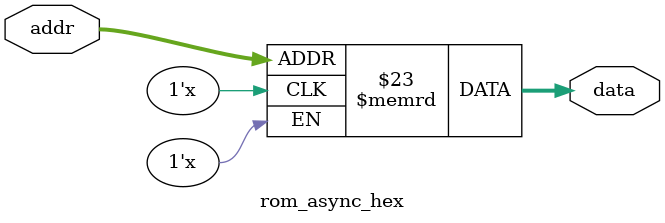
<source format=sv>
/*
 * Avalon memory-mapped peripheral that generates VGA
 * Columbia University
 */

module vga_tetris(
    input logic clk,
    input logic reset,
    input logic [15:0] writedata,
    input logic write,
    input chipselect,
    input logic [2:0] address,

    output logic [7:0] VGA_R, VGA_G, VGA_B,
    output logic VGA_CLK, VGA_HS, VGA_VS, VGA_BLANK_n,
    output logic VGA_SYNC_n,

    // The music related IO.
    input avalon_streaming_source_l_ready, avalon_streaming_source_r_ready,
    output logic[15:0] avalon_left, avalon_right,
    output logic avalon_streaming_source_l_valid, avalon_streaming_source_r_valid
    );

    logic [10:0] hcount;
    logic [9:0] vcount;

    vga_counters counters(.clk50(clk), .*);

    // The pixels equal to 16 * 16 here.
    localparam SPR_PIXELS = 256;
    localparam COLR_BITS = 1;
    localparam SPR_ADDRW  = $clog2(SPR_PIXELS);
    logic [SPR_ADDRW - 1:0] rom_addr;
    logic [1:0] block_rom_data;
    logic [2:0] digit_rom_data[0:9];

    // The pixels equal to 128 * 512 here.
    localparam BG_PIXELS = 65536;
    localparam BG_ADDRW  = $clog2(BG_PIXELS);
    localparam BG_IDX_BITS = 8;
    logic [BG_ADDRW - 1:0] bg_addr;
    logic [BG_IDX_BITS - 1:0] bg_idx_rom_data[0:4];
    localparam BG_COLOR_BITS = 24;
    logic [6 - 1:0] bg_idx;
    logic [BG_COLOR_BITS - 1:0] bg_rom_data;

    // bgm
    logic [15:0] bgm_rom_data;
    logic [16:0] bgm_rom_addr;

    genvar i;
    generate
        // Background segements.
        for (i = 0; i < 5; i++) begin: generate_bg
            rom_async #(
                .WIDTH(BG_IDX_BITS),
                .DEPTH(BG_PIXELS),
                .INIT_F({"./image/bg_", "0" + i, ".mem"})
            ) bg0_rom (
                .addr(bg_addr),
                .data(bg_idx_rom_data[i]));
        end

        // The digits for scores
        for (i = 0; i < 10; i++) begin: generate_digits
            rom_async #(
                .WIDTH(3),
                .DEPTH(SPR_PIXELS),
                .INIT_F({"./image/", "0" + i, ".mem"})
            ) zero_rom (
                .addr(rom_addr),
                .data(digit_rom_data[i]));
        end
    endgenerate
  
    // Background plaette 
    rom_async #(
        .WIDTH(BG_COLOR_BITS),
        .DEPTH(64),
        .INIT_F("./image/palette.mem")
    ) bg_palette_rom (
        .addr(bg_idx),
        .data(bg_rom_data));

    // Block mask
    rom_async #(
        .WIDTH(2),
        .DEPTH(SPR_PIXELS),
        .INIT_F("./image/block.mem")
    ) block_rom (
        .addr(rom_addr),
        .data(block_rom_data));

    // BGM
    rom_async_hex #(
        .WIDTH(16),
        .DEPTH(47000),
        .INIT_F("./image/bgm_mem.hex")
    ) bgm_rom (
        .addr(bgm_rom_addr),
        .data(bgm_rom_data));

    logic [3:0] score[0:3];
    logic [1:0] speed;
    logic [2:0] block_state[0:21][0:9];
    logic [2:0] value, value_next;
    logic [15:0] offset, offset_next;
    logic [4:0] row;
    logic [3:0] col;
    logic [4:0] row_to_del;
    logic del_row, write_block, reset_sw, paused, over;
    logic [12:0] divider = 0;
    logic [12:0] interval[0:2];
    logic[23:0] block_color[0:7];
    
    /*logic[23:0] rand_block_color[0:7];
    int rand_val;*/

    initial begin
	int rand_val = 1;
        // Initialize block colors.
        block_color[0] = {8'h00, 8'h00, 8'h00};
        block_color[1] = {8'hd5, 8'h00, 8'h00};
        block_color[2] = {8'h4c, 8'haf, 8'h50};
        block_color[3] = {8'h9e, 8'h9e, 8'h9e};
        block_color[4] = {8'hff, 8'heb, 8'h3b};
        block_color[5] = {8'h03, 8'ha8, 8'hf4};
        block_color[6] = {8'hd5, 8'h00, 8'hf9};
        block_color[7] = {8'hff, 8'h98, 8'h00};
	
	// rand_block_color = block_color;
        // Initialize music intervals.

        interval[0] = 6250;
        interval[1] = 5000;
        interval[2] = 4000;

        // Initialize parameters
        speed = 1;
        for (int i = 0; i < 4; i++) score[i] = 4'd0;
        del_row = 0;
        write_block = 0;
        reset_sw = 0;
        paused = 0;
        
        for (int i = 0; i < 22; i++)
                for (int j = 0; j < 10; j++)
                    block_state[i][j] = 3'd0;
        // write a smile face
	block_state[7][3] = 4;
	block_state[7][4] = 4;
	block_state[7][5] = 4;
	block_state[7][6] = 4;
	block_state[8][2] = 4;
	block_state[8][7] = 4;
	block_state[9][1] = 4;
	block_state[9][8] = 4;
	block_state[10][1] = 4;
	block_state[10][8] = 4;
	block_state[11][1] = 4;
	block_state[11][8] = 4;
	block_state[12][1] = 4;
	block_state[12][8] = 4;
	block_state[13][1] = 4;
	block_state[13][8] = 4;
	block_state[14][2] = 4;
	block_state[14][7] = 4;
	block_state[15][3] = 4;
	block_state[15][4] = 4;
	block_state[15][5] = 4;
	block_state[15][6] = 4;

	// eyes
	block_state[9][3] = 3;
	block_state[9][6] = 3;
	
	// mouth
	block_state[12][3] = 1;
	block_state[12][6] = 1;
	block_state[13][5] = 1;
	block_state[13][4] = 1;


    end

    always_ff @(posedge clk) begin

        if (reset_sw) begin
            speed <= 1;
            for (int i = 0; i < 4; i++) score[i] <= 4'd0;
            for (int i = 0; i < 22; i++)
                for (int j = 0; j < 10; j++)
                    block_state[i][j] <= 3'd0;
            reset_sw <= 0;
        end
        else if (chipselect && write) begin
            case (address)
            3'h0: begin
                row <= writedata[15:11];
                col <= writedata[10:7]; 

                case (writedata[6:2])
                // I
                5'b00100, 5'b00110: offset <= 16'b0000000100100011;
                5'b00101, 5'b00111: offset <= 16'b0000010010001100;
                // O
                5'b01000, 5'b01001, 5'b01010, 5'b01011: offset <= 16'b0000010000010101;
                // T
                5'b01100: offset <= 16'b0000000100100101;
                5'b01101: offset <= 16'b0100000101011001;
                5'b01110: offset <= 16'b0001010001010110;
                5'b01111: offset <= 16'b0000010010000101;
                // L
                5'b10000: offset <= 16'b0000000100100100;
                5'b10001: offset <= 16'b0000000101011001;
                5'b10010: offset <= 16'b0010010001010110;
                5'b10011: offset <= 16'b0000010010001001;
                // J
                5'b10100: offset <= 16'b0000000100100110;
                5'b10101: offset <= 16'b1000000101011001;
                5'b10110: offset <= 16'b0000010001010110;
                5'b10111: offset <= 16'b0000010010000001;
                // Z
                5'b11000, 5'b11010: offset <= 16'b0000000101010110;
                5'b11001, 5'b11011: offset <= 16'b0001010001011000;
                //S
                5'b11100, 5'b11110: offset <= 16'b0001001001000101;
                5'b11101, 5'b11111: offset <= 16'b0000010001011001;
                endcase

                value <= {3{writedata[1]}} & writedata[6:4];
                write_block <= 1;
            end
            3'h1: begin
                row_to_del <= writedata[4:0];
                del_row <= 1;
            end
            3'h2: begin
                score[0] <= writedata[3:0];
                score[1] <= writedata[7:4];
                score[2] <= writedata[11:8];
                score[3] <= writedata[15:12];
            end
            3'h3: begin
                value_next <= writedata[2:0];

		/*for(int ii = 1; ii < 8; ii ++)
			rand_block_color[ii] = block_color[(ii + rand_val)%7 +1];
		rand_val ++;*/

                case (writedata[2:0])
                3'd1: offset_next <= 16'b0000000100100011;
                3'd2: offset_next <= 16'b0000010000010101;
                3'd3: offset_next <= 16'b0000000100100101;
                3'd4: offset_next <= 16'b0000000100100100;
                3'd5: offset_next <= 16'b0000000100100110;
                3'd6: offset_next <= 16'b0000000101010110;
                3'd7: offset_next <= 16'b0001001001000101;
                endcase
		
            end
            3'h4:
                speed <= writedata[1:0];
            3'h5:
                reset_sw <= 1;
            3'h6: begin
                paused <= writedata[0] + 1;
                over <= writedata[1];
            end
            endcase
        end

        if (write_block) begin
            // Update block state
            block_state[row + offset[15:14]][col + offset[13:12]] <= value;
            block_state[row + offset[11:10]][col + offset[9:8]] <= value;
            block_state[row + offset[7:6]][col + offset[5:4]] <= value;
            block_state[row + offset[3:2]][col + offset[1:0]] <= value;
            write_block <= 0;
        end
        if (del_row) begin
            // Delete row
            for (int i = 21; i >= 1; i--)
                if (i <= row_to_del) block_state[i] <= block_state[i - 1];
            for (int j = 0; j < 10; j++) block_state[0][j] <= 3'd0;
            del_row <= 0;
        end
        
        if (over) begin
            for (int i = 0; i < 22; i++)
                    for (int j = 0; j < 10; j++)
                        block_state[i][j] = 3'd0;
            // show over
	    // o
	    block_state[2][5] = 4;
	    block_state[3][4] = 4;
	    block_state[3][6] = 4;
	    block_state[4][6] = 4;
	    block_state[4][4] = 4;
	    block_state[5][5] = 4;

	    // v
	    block_state[7][4] = 4;
	    block_state[7][6] = 4;
	    block_state[8][4] = 4;     
	    block_state[8][6] = 4;
	    block_state[9][5] = 4;

	    // e
	    block_state[11][5] = 4;
	    block_state[12][4] = 4;
	    block_state[12][6] = 4;
	    block_state[13][4] = 4;
	    block_state[13][5] = 4;
	    block_state[14][4] = 4;
	    block_state[15][5] = 4;

	    // r
	    block_state[17][5] = 4;
	    block_state[17][6] = 4;
	    block_state[18][4] = 4;            
	    block_state[19][4] = 4;
	    block_state[20][4] = 4;

            divider <= 0;
            bgm_rom_addr <= 0;
            over <= 0;

        end

        // music
        if (divider < interval[speed - 1]) begin
            divider <= divider + paused;
            avalon_streaming_source_l_valid <= 0;
            avalon_streaming_source_r_valid <= 0;
        end
        else begin
            divider <= 0;
	    bgm_rom_addr <= bgm_rom_addr + paused;
	    if (bgm_rom_addr >= 47000)
		bgm_rom_addr <= 0;
		avalon_streaming_source_l_valid <= paused;
		avalon_streaming_source_r_valid <= paused;
		avalon_left <= bgm_rom_data;
		avalon_right <= bgm_rom_data;
	    end
        end

    always_comb begin
        rom_addr = {vcount[3:0], hcount[4:1]};
        bg_addr = {vcount[8:0], hcount[7:1]};
        bg_idx = bg_idx_rom_data[hcount[10:8]][5:0];
        {VGA_R, VGA_G, VGA_B} = {8'hff, 8'hff, 8'hff};
        if (VGA_BLANK_n) begin
            // bg
            {VGA_R, VGA_G, VGA_B} = bg_rom_data;
            // draw sprites
            //blocks
            if (hcount[10:5] >= 24 && hcount[10:5] <=33 && vcount[9:4] >= 4 && vcount[9:4] <= 25)
                {VGA_R, VGA_G, VGA_B} = { 3{block_rom_data[1], {7{block_rom_data[0]}}} } & block_color[block_state[vcount[9:4] - 4][hcount[8:5] - 24]];
            else if (hcount[10:5] >= 11 && hcount[10:5] <= 14)
                // score number
                if (vcount[9:4] == 14)
                    {VGA_R, VGA_G, VGA_B} = {3{digit_rom_data[score[33 - hcount[10:5]]], 5'd0}};
                // speed number
                else if(hcount[10:5] == 14 && vcount[9:4] == 10)
                    {VGA_R, VGA_G, VGA_B} = {3{digit_rom_data[speed], 5'd0}};
                // next blocks
                else if ((hcount[10:5] == 11 + offset_next[13:12] && vcount[9:4] == 19 + offset_next[15:14])
                    || (hcount[10:5] == 11 + offset_next[9:8] && vcount[9:4] == 19 + offset_next[11:10])
                    || (hcount[10:5] == 11 + offset_next[5:4] && vcount[9:4] == 19 + offset_next[7:6])
                    || (hcount[10:5] == 11 + offset_next[1:0] && vcount[9:4] == 19 + offset_next[3:2]))
                     // Set the next value block's color
                     {VGA_R, VGA_G, VGA_B} = {3{block_rom_data[1], {7{block_rom_data[0]}}}} & block_color[value_next];
        end
    end
endmodule

module vga_counters(
 input logic 	     clk50, reset,
 output logic [10:0] hcount,  // hcount[10:1] is pixel column
 output logic [9:0]  vcount,  // vcount[9:0] is pixel row
 output logic 	     VGA_CLK, VGA_HS, VGA_VS, VGA_BLANK_n, VGA_SYNC_n);

/*
 * 640 X 480 VGA timing for a 50 MHz clock: one pixel every other cycle
 *
 * HCOUNT 1599 0             1279       1599 0
 *             _______________              ________
 * ___________|    Video      |____________|  Video
 *
 *
 * |SYNC| BP |<-- HACTIVE -->|FP|SYNC| BP |<-- HACTIVE
 *       _______________________      _____________
 * |____|       VGA_HS          |____|
 */
   // Parameters for hcount
   parameter HACTIVE      = 11'd 1280,
             HFRONT_PORCH = 11'd 32,
             HSYNC        = 11'd 192,
             HBACK_PORCH  = 11'd 96,
             HTOTAL       = HACTIVE + HFRONT_PORCH + HSYNC +
                            HBACK_PORCH; // 1600

   // Parameters for vcount
   parameter VACTIVE      = 10'd 480,
             VFRONT_PORCH = 10'd 10,
             VSYNC        = 10'd 2,
             VBACK_PORCH  = 10'd 33,
             VTOTAL       = VACTIVE + VFRONT_PORCH + VSYNC +
                            VBACK_PORCH; // 525

   logic endOfLine;

   always_ff @(posedge clk50 or posedge reset)
     if (reset)          hcount <= 0;
     else if (endOfLine) hcount <= 0;
     else  	         hcount <= hcount + 11'd 1;

   assign endOfLine = hcount == HTOTAL - 1;

   logic endOfField;

   always_ff @(posedge clk50 or posedge reset)
     if (reset)          vcount <= 0;
     else if (endOfLine)
       if (endOfField)   vcount <= 0;
       else              vcount <= vcount + 10'd 1;

   assign endOfField = vcount == VTOTAL - 1;

   // Horizontal sync: from 0x520 to 0x5DF (0x57F)
   // 101 0010 0000 to 101 1101 1111
   assign VGA_HS = !( (hcount[10:8] == 3'b101) &
		      !(hcount[7:5] == 3'b111));
   assign VGA_VS = !( vcount[9:1] == (VACTIVE + VFRONT_PORCH) / 2);

   assign VGA_SYNC_n = 1'b0; // For putting sync on the green signal; unused

   // Horizontal active: 0 to 1279     Vertical active: 0 to 479
   // 101 0000 0000  1280	       01 1110 0000  480
   // 110 0011 1111  1599	       10 0000 1100  524
   assign VGA_BLANK_n = !( hcount[10] & (hcount[9] | hcount[8]) ) &
			!( vcount[9] | (vcount[8:5] == 4'b1111) );

   /* VGA_CLK is 25 MHz
    *             __    __    __
    * clk50    __|  |__|  |__|
    *
    *             _____       __
    * hcount[0]__|     |_____|
    */
   assign VGA_CLK = hcount[0]; // 25 MHz clock: rising edge sensitive

endmodule

module rom_async #(
  parameter WIDTH=8,
  parameter DEPTH=256,
  parameter INIT_F="")
  (
    input wire logic [ADDRW-1:0] addr,
    output     logic [WIDTH-1:0] data
  );

  localparam ADDRW=$clog2(DEPTH);
  logic [WIDTH-1:0] memory [DEPTH];

  initial begin
    if (INIT_F != 0) begin
      $display("Creating rom_async from init file '%s'.", INIT_F);
      $readmemb(INIT_F, memory);
    end
  end

  always_comb data = memory[addr];
endmodule

module rom_async_hex #(
  parameter WIDTH=8,
  parameter DEPTH=256,
  parameter INIT_F="")
  (
    input wire logic [ADDRW-1:0] addr,
    output     logic [WIDTH-1:0] data
  );

  localparam ADDRW=$clog2(DEPTH);
  logic [WIDTH-1:0] memory [DEPTH];

  initial begin
    if (INIT_F != 0) begin
      $display("Creating rom_async from init file '%s'.", INIT_F);
      $readmemh(INIT_F, memory);
    end
  end

  always_comb data = memory[addr];
endmodule

</source>
